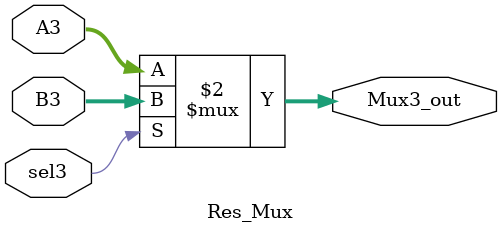
<source format=v>
`timescale 1ns / 1ps


module Res_Mux(sel3, A3, B3, Mux3_out);
    input sel3;
    input [31:0] A3, B3;
    output [31:0] Mux3_out;

    assign Mux3_out = (sel3 == 1'b0) ? A3 : B3;
endmodule

</source>
